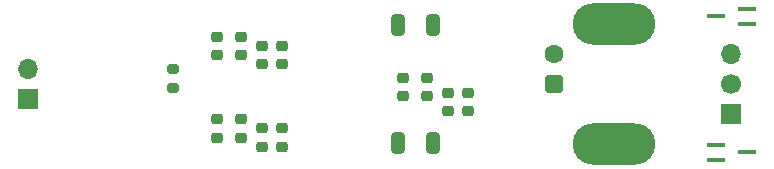
<source format=gbr>
%TF.GenerationSoftware,KiCad,Pcbnew,(6.0.10)*%
%TF.CreationDate,2023-06-03T07:50:41-04:00*%
%TF.ProjectId,diff-probe-soic,64696666-2d70-4726-9f62-652d736f6963,rev?*%
%TF.SameCoordinates,PX1f78a40PY3750280*%
%TF.FileFunction,Soldermask,Bot*%
%TF.FilePolarity,Negative*%
%FSLAX46Y46*%
G04 Gerber Fmt 4.6, Leading zero omitted, Abs format (unit mm)*
G04 Created by KiCad (PCBNEW (6.0.10)) date 2023-06-03 07:50:41*
%MOMM*%
%LPD*%
G01*
G04 APERTURE LIST*
G04 Aperture macros list*
%AMRoundRect*
0 Rectangle with rounded corners*
0 $1 Rounding radius*
0 $2 $3 $4 $5 $6 $7 $8 $9 X,Y pos of 4 corners*
0 Add a 4 corners polygon primitive as box body*
4,1,4,$2,$3,$4,$5,$6,$7,$8,$9,$2,$3,0*
0 Add four circle primitives for the rounded corners*
1,1,$1+$1,$2,$3*
1,1,$1+$1,$4,$5*
1,1,$1+$1,$6,$7*
1,1,$1+$1,$8,$9*
0 Add four rect primitives between the rounded corners*
20,1,$1+$1,$2,$3,$4,$5,0*
20,1,$1+$1,$4,$5,$6,$7,0*
20,1,$1+$1,$6,$7,$8,$9,0*
20,1,$1+$1,$8,$9,$2,$3,0*%
%AMHorizOval*
0 Thick line with rounded ends*
0 $1 width*
0 $2 $3 position (X,Y) of the first rounded end (center of the circle)*
0 $4 $5 position (X,Y) of the second rounded end (center of the circle)*
0 Add line between two ends*
20,1,$1,$2,$3,$4,$5,0*
0 Add two circle primitives to create the rounded ends*
1,1,$1,$2,$3*
1,1,$1,$4,$5*%
G04 Aperture macros list end*
%ADD10RoundRect,0.250000X-0.325000X-0.650000X0.325000X-0.650000X0.325000X0.650000X-0.325000X0.650000X0*%
%ADD11RoundRect,0.250000X0.325000X0.650000X-0.325000X0.650000X-0.325000X-0.650000X0.325000X-0.650000X0*%
%ADD12O,7.000000X3.500000*%
%ADD13RoundRect,0.400000X-0.400000X0.400000X-0.400000X-0.400000X0.400000X-0.400000X0.400000X0.400000X0*%
%ADD14C,1.600000*%
%ADD15R,1.700000X1.700000*%
%ADD16O,1.700000X1.700000*%
%ADD17RoundRect,0.225000X-0.250000X0.225000X-0.250000X-0.225000X0.250000X-0.225000X0.250000X0.225000X0*%
%ADD18HorizOval,1.700000X0.000000X0.000000X0.000000X0.000000X0*%
%ADD19R,1.500000X0.450000*%
%ADD20RoundRect,0.200000X-0.275000X0.200000X-0.275000X-0.200000X0.275000X-0.200000X0.275000X0.200000X0*%
G04 APERTURE END LIST*
D10*
%TO.C,C41*%
X36225000Y3000000D03*
X33275000Y3000000D03*
%TD*%
D11*
%TO.C,C40*%
X33275000Y13000000D03*
X36225000Y13000000D03*
%TD*%
D12*
%TO.C,J2*%
X51580000Y2920000D03*
X51580000Y13080000D03*
D13*
X46500000Y8000000D03*
D14*
X46500000Y10540000D03*
%TD*%
D15*
%TO.C,J1*%
X2000000Y6730000D03*
D16*
X2000000Y9270000D03*
%TD*%
D17*
%TO.C,C13*%
X18000000Y5025000D03*
X18000000Y3475000D03*
%TD*%
%TO.C,C23*%
X18000000Y12025000D03*
X18000000Y10475000D03*
%TD*%
%TO.C,C21*%
X20000000Y12025000D03*
X20000000Y10475000D03*
%TD*%
%TO.C,C33*%
X33750000Y8525000D03*
X33750000Y6975000D03*
%TD*%
D15*
%TO.C,J3*%
X61500000Y5460000D03*
D18*
X61500000Y8000000D03*
D16*
X61500000Y10540000D03*
%TD*%
D17*
%TO.C,C10*%
X23500000Y4275000D03*
X23500000Y2725000D03*
%TD*%
%TO.C,C11*%
X20000000Y5025000D03*
X20000000Y3475000D03*
%TD*%
%TO.C,C30*%
X39250000Y7275000D03*
X39250000Y5725000D03*
%TD*%
%TO.C,C22*%
X21750000Y11275000D03*
X21750000Y9725000D03*
%TD*%
D19*
%TO.C,D4*%
X60170000Y1600000D03*
X60170000Y2900000D03*
X62830000Y2250000D03*
%TD*%
%TO.C,D3*%
X62830000Y14400000D03*
X62830000Y13100000D03*
X60170000Y13750000D03*
%TD*%
D20*
%TO.C,R6*%
X14250000Y9325000D03*
X14250000Y7675000D03*
%TD*%
D17*
%TO.C,C31*%
X35750000Y8525000D03*
X35750000Y6975000D03*
%TD*%
%TO.C,C20*%
X23500000Y11275000D03*
X23500000Y9725000D03*
%TD*%
%TO.C,C32*%
X37500000Y7275000D03*
X37500000Y5725000D03*
%TD*%
%TO.C,C12*%
X21750000Y4275000D03*
X21750000Y2725000D03*
%TD*%
M02*

</source>
